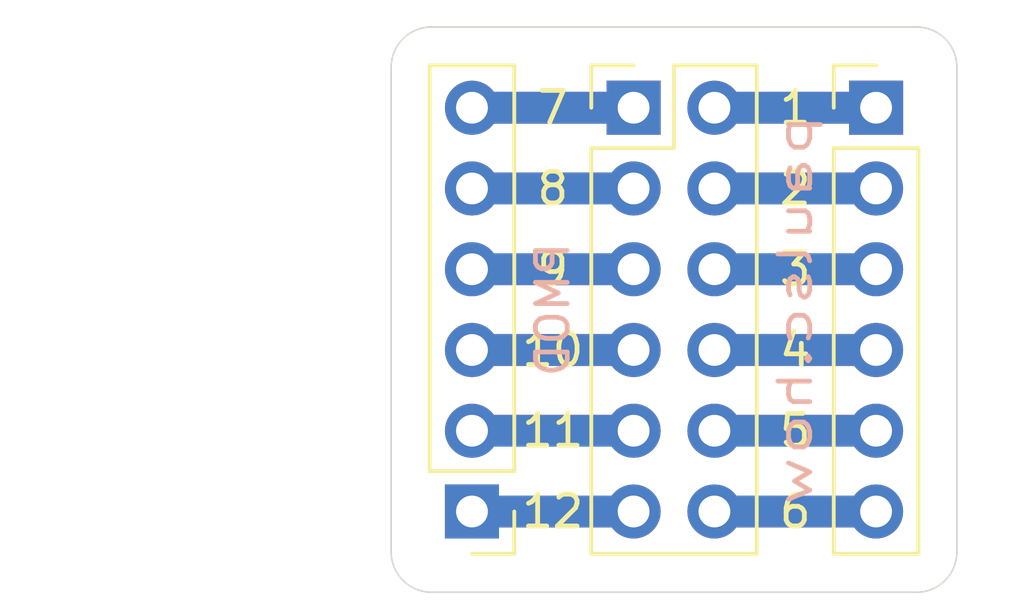
<source format=kicad_pcb>
(kicad_pcb (version 20171130) (host pcbnew "(5.1.2)-2")

  (general
    (thickness 1.6)
    (drawings 22)
    (tracks 24)
    (zones 0)
    (modules 3)
    (nets 13)
  )

  (page A4)
  (layers
    (0 F.Cu signal)
    (31 B.Cu signal)
    (32 B.Adhes user)
    (33 F.Adhes user)
    (34 B.Paste user)
    (35 F.Paste user)
    (36 B.SilkS user)
    (37 F.SilkS user)
    (38 B.Mask user)
    (39 F.Mask user)
    (40 Dwgs.User user)
    (41 Cmts.User user)
    (42 Eco1.User user)
    (43 Eco2.User user)
    (44 Edge.Cuts user)
    (45 Margin user)
    (46 B.CrtYd user)
    (47 F.CrtYd user)
    (48 B.Fab user)
    (49 F.Fab user)
  )

  (setup
    (last_trace_width 1)
    (user_trace_width 1)
    (trace_clearance 0.2)
    (zone_clearance 0.508)
    (zone_45_only no)
    (trace_min 0.2)
    (via_size 0.8)
    (via_drill 0.4)
    (via_min_size 0.4)
    (via_min_drill 0.3)
    (uvia_size 0.3)
    (uvia_drill 0.1)
    (uvias_allowed no)
    (uvia_min_size 0.2)
    (uvia_min_drill 0.1)
    (edge_width 0.05)
    (segment_width 0.2)
    (pcb_text_width 0.3)
    (pcb_text_size 1.5 1.5)
    (mod_edge_width 0.12)
    (mod_text_size 1 1)
    (mod_text_width 0.15)
    (pad_size 1.524 1.524)
    (pad_drill 0.762)
    (pad_to_mask_clearance 0.051)
    (solder_mask_min_width 0.25)
    (aux_axis_origin 0 0)
    (visible_elements FFFFFF7F)
    (pcbplotparams
      (layerselection 0x010fc_ffffffff)
      (usegerberextensions false)
      (usegerberattributes false)
      (usegerberadvancedattributes false)
      (creategerberjobfile false)
      (excludeedgelayer true)
      (linewidth 0.100000)
      (plotframeref false)
      (viasonmask false)
      (mode 1)
      (useauxorigin false)
      (hpglpennumber 1)
      (hpglpenspeed 20)
      (hpglpendiameter 15.000000)
      (psnegative false)
      (psa4output false)
      (plotreference true)
      (plotvalue true)
      (plotinvisibletext false)
      (padsonsilk false)
      (subtractmaskfromsilk false)
      (outputformat 1)
      (mirror false)
      (drillshape 1)
      (scaleselection 1)
      (outputdirectory ""))
  )

  (net 0 "")
  (net 1 "Net-(J1-Pad6)")
  (net 2 "Net-(J1-Pad5)")
  (net 3 "Net-(J1-Pad4)")
  (net 4 "Net-(J1-Pad3)")
  (net 5 "Net-(J1-Pad2)")
  (net 6 "Net-(J1-Pad1)")
  (net 7 "Net-(J2-Pad12)")
  (net 8 "Net-(J2-Pad10)")
  (net 9 "Net-(J2-Pad8)")
  (net 10 "Net-(J2-Pad6)")
  (net 11 "Net-(J2-Pad4)")
  (net 12 "Net-(J2-Pad2)")

  (net_class Default "This is the default net class."
    (clearance 0.2)
    (trace_width 0.25)
    (via_dia 0.8)
    (via_drill 0.4)
    (uvia_dia 0.3)
    (uvia_drill 0.1)
    (add_net "Net-(J1-Pad1)")
    (add_net "Net-(J1-Pad2)")
    (add_net "Net-(J1-Pad3)")
    (add_net "Net-(J1-Pad4)")
    (add_net "Net-(J1-Pad5)")
    (add_net "Net-(J1-Pad6)")
    (add_net "Net-(J2-Pad10)")
    (add_net "Net-(J2-Pad12)")
    (add_net "Net-(J2-Pad2)")
    (add_net "Net-(J2-Pad4)")
    (add_net "Net-(J2-Pad6)")
    (add_net "Net-(J2-Pad8)")
  )

  (module Connector_PinHeader_2.54mm:PinHeader_1x06_P2.54mm_Vertical (layer F.Cu) (tedit 59FED5CC) (tstamp 5E37594C)
    (at 180.34 99.06)
    (descr "Through hole straight pin header, 1x06, 2.54mm pitch, single row")
    (tags "Through hole pin header THT 1x06 2.54mm single row")
    (path /5E376E8D)
    (fp_text reference J3 (at 0 -2.33) (layer Dwgs.User)
      (effects (font (size 1 1) (thickness 0.15)))
    )
    (fp_text value Conn_01x06 (at 0 15.03) (layer F.Fab)
      (effects (font (size 1 1) (thickness 0.15)))
    )
    (fp_text user %R (at 0 6.35 90) (layer F.Fab)
      (effects (font (size 1 1) (thickness 0.15)))
    )
    (fp_line (start 1.8 -1.8) (end -1.8 -1.8) (layer F.CrtYd) (width 0.05))
    (fp_line (start 1.8 14.5) (end 1.8 -1.8) (layer F.CrtYd) (width 0.05))
    (fp_line (start -1.8 14.5) (end 1.8 14.5) (layer F.CrtYd) (width 0.05))
    (fp_line (start -1.8 -1.8) (end -1.8 14.5) (layer F.CrtYd) (width 0.05))
    (fp_line (start -1.33 -1.33) (end 0 -1.33) (layer F.SilkS) (width 0.12))
    (fp_line (start -1.33 0) (end -1.33 -1.33) (layer F.SilkS) (width 0.12))
    (fp_line (start -1.33 1.27) (end 1.33 1.27) (layer F.SilkS) (width 0.12))
    (fp_line (start 1.33 1.27) (end 1.33 14.03) (layer F.SilkS) (width 0.12))
    (fp_line (start -1.33 1.27) (end -1.33 14.03) (layer F.SilkS) (width 0.12))
    (fp_line (start -1.33 14.03) (end 1.33 14.03) (layer F.SilkS) (width 0.12))
    (fp_line (start -1.27 -0.635) (end -0.635 -1.27) (layer F.Fab) (width 0.1))
    (fp_line (start -1.27 13.97) (end -1.27 -0.635) (layer F.Fab) (width 0.1))
    (fp_line (start 1.27 13.97) (end -1.27 13.97) (layer F.Fab) (width 0.1))
    (fp_line (start 1.27 -1.27) (end 1.27 13.97) (layer F.Fab) (width 0.1))
    (fp_line (start -0.635 -1.27) (end 1.27 -1.27) (layer F.Fab) (width 0.1))
    (pad 6 thru_hole oval (at 0 12.7) (size 1.7 1.7) (drill 1) (layers *.Cu *.Mask)
      (net 7 "Net-(J2-Pad12)"))
    (pad 5 thru_hole oval (at 0 10.16) (size 1.7 1.7) (drill 1) (layers *.Cu *.Mask)
      (net 8 "Net-(J2-Pad10)"))
    (pad 4 thru_hole oval (at 0 7.62) (size 1.7 1.7) (drill 1) (layers *.Cu *.Mask)
      (net 9 "Net-(J2-Pad8)"))
    (pad 3 thru_hole oval (at 0 5.08) (size 1.7 1.7) (drill 1) (layers *.Cu *.Mask)
      (net 10 "Net-(J2-Pad6)"))
    (pad 2 thru_hole oval (at 0 2.54) (size 1.7 1.7) (drill 1) (layers *.Cu *.Mask)
      (net 11 "Net-(J2-Pad4)"))
    (pad 1 thru_hole rect (at 0 0) (size 1.7 1.7) (drill 1) (layers *.Cu *.Mask)
      (net 12 "Net-(J2-Pad2)"))
    (model ${KISYS3DMOD}/Connector_PinHeader_2.54mm.3dshapes/PinHeader_1x06_P2.54mm_Vertical.wrl
      (at (xyz 0 0 0))
      (scale (xyz 1 1 1))
      (rotate (xyz 0 0 0))
    )
  )

  (module Connector_PinHeader_2.54mm:PinHeader_2x06_P2.54mm_Vertical (layer F.Cu) (tedit 59FED5CC) (tstamp 5E375932)
    (at 172.72 99.06)
    (descr "Through hole straight pin header, 2x06, 2.54mm pitch, double rows")
    (tags "Through hole pin header THT 2x06 2.54mm double row")
    (path /5E378CD3)
    (fp_text reference J2 (at 1.27 -2.33) (layer Dwgs.User)
      (effects (font (size 1 1) (thickness 0.15)))
    )
    (fp_text value Conn_02x06_Odd_Even (at 1.27 15.03) (layer F.Fab)
      (effects (font (size 1 1) (thickness 0.15)))
    )
    (fp_text user %R (at 1.27 6.35 90) (layer F.Fab)
      (effects (font (size 1 1) (thickness 0.15)))
    )
    (fp_line (start 4.35 -1.8) (end -1.8 -1.8) (layer F.CrtYd) (width 0.05))
    (fp_line (start 4.35 14.5) (end 4.35 -1.8) (layer F.CrtYd) (width 0.05))
    (fp_line (start -1.8 14.5) (end 4.35 14.5) (layer F.CrtYd) (width 0.05))
    (fp_line (start -1.8 -1.8) (end -1.8 14.5) (layer F.CrtYd) (width 0.05))
    (fp_line (start -1.33 -1.33) (end 0 -1.33) (layer F.SilkS) (width 0.12))
    (fp_line (start -1.33 0) (end -1.33 -1.33) (layer F.SilkS) (width 0.12))
    (fp_line (start 1.27 -1.33) (end 3.87 -1.33) (layer F.SilkS) (width 0.12))
    (fp_line (start 1.27 1.27) (end 1.27 -1.33) (layer F.SilkS) (width 0.12))
    (fp_line (start -1.33 1.27) (end 1.27 1.27) (layer F.SilkS) (width 0.12))
    (fp_line (start 3.87 -1.33) (end 3.87 14.03) (layer F.SilkS) (width 0.12))
    (fp_line (start -1.33 1.27) (end -1.33 14.03) (layer F.SilkS) (width 0.12))
    (fp_line (start -1.33 14.03) (end 3.87 14.03) (layer F.SilkS) (width 0.12))
    (fp_line (start -1.27 0) (end 0 -1.27) (layer F.Fab) (width 0.1))
    (fp_line (start -1.27 13.97) (end -1.27 0) (layer F.Fab) (width 0.1))
    (fp_line (start 3.81 13.97) (end -1.27 13.97) (layer F.Fab) (width 0.1))
    (fp_line (start 3.81 -1.27) (end 3.81 13.97) (layer F.Fab) (width 0.1))
    (fp_line (start 0 -1.27) (end 3.81 -1.27) (layer F.Fab) (width 0.1))
    (pad 12 thru_hole oval (at 2.54 12.7) (size 1.7 1.7) (drill 1) (layers *.Cu *.Mask)
      (net 7 "Net-(J2-Pad12)"))
    (pad 11 thru_hole oval (at 0 12.7) (size 1.7 1.7) (drill 1) (layers *.Cu *.Mask)
      (net 6 "Net-(J1-Pad1)"))
    (pad 10 thru_hole oval (at 2.54 10.16) (size 1.7 1.7) (drill 1) (layers *.Cu *.Mask)
      (net 8 "Net-(J2-Pad10)"))
    (pad 9 thru_hole oval (at 0 10.16) (size 1.7 1.7) (drill 1) (layers *.Cu *.Mask)
      (net 5 "Net-(J1-Pad2)"))
    (pad 8 thru_hole oval (at 2.54 7.62) (size 1.7 1.7) (drill 1) (layers *.Cu *.Mask)
      (net 9 "Net-(J2-Pad8)"))
    (pad 7 thru_hole oval (at 0 7.62) (size 1.7 1.7) (drill 1) (layers *.Cu *.Mask)
      (net 4 "Net-(J1-Pad3)"))
    (pad 6 thru_hole oval (at 2.54 5.08) (size 1.7 1.7) (drill 1) (layers *.Cu *.Mask)
      (net 10 "Net-(J2-Pad6)"))
    (pad 5 thru_hole oval (at 0 5.08) (size 1.7 1.7) (drill 1) (layers *.Cu *.Mask)
      (net 3 "Net-(J1-Pad4)"))
    (pad 4 thru_hole oval (at 2.54 2.54) (size 1.7 1.7) (drill 1) (layers *.Cu *.Mask)
      (net 11 "Net-(J2-Pad4)"))
    (pad 3 thru_hole oval (at 0 2.54) (size 1.7 1.7) (drill 1) (layers *.Cu *.Mask)
      (net 2 "Net-(J1-Pad5)"))
    (pad 2 thru_hole oval (at 2.54 0) (size 1.7 1.7) (drill 1) (layers *.Cu *.Mask)
      (net 12 "Net-(J2-Pad2)"))
    (pad 1 thru_hole rect (at 0 0) (size 1.7 1.7) (drill 1) (layers *.Cu *.Mask)
      (net 1 "Net-(J1-Pad6)"))
    (model ${KISYS3DMOD}/Connector_PinHeader_2.54mm.3dshapes/PinHeader_2x06_P2.54mm_Vertical.wrl
      (at (xyz 0 0 0))
      (scale (xyz 1 1 1))
      (rotate (xyz 0 0 0))
    )
  )

  (module Connector_PinHeader_2.54mm:PinHeader_1x06_P2.54mm_Vertical (layer F.Cu) (tedit 59FED5CC) (tstamp 5E375C11)
    (at 167.64 111.76 180)
    (descr "Through hole straight pin header, 1x06, 2.54mm pitch, single row")
    (tags "Through hole pin header THT 1x06 2.54mm single row")
    (path /5E3762AD)
    (fp_text reference J1 (at 0 15.24) (layer Dwgs.User)
      (effects (font (size 1 1) (thickness 0.15)))
    )
    (fp_text value Conn_01x06 (at 10.16 15.24) (layer F.Fab)
      (effects (font (size 1 1) (thickness 0.15)))
    )
    (fp_text user %R (at -4.08 6.35 90) (layer F.Fab)
      (effects (font (size 1 1) (thickness 0.15)))
    )
    (fp_line (start 1.8 -1.8) (end -1.8 -1.8) (layer F.CrtYd) (width 0.05))
    (fp_line (start 1.8 14.5) (end 1.8 -1.8) (layer F.CrtYd) (width 0.05))
    (fp_line (start -1.8 14.5) (end 1.8 14.5) (layer F.CrtYd) (width 0.05))
    (fp_line (start -1.8 -1.8) (end -1.8 14.5) (layer F.CrtYd) (width 0.05))
    (fp_line (start -1.33 -1.33) (end 0 -1.33) (layer F.SilkS) (width 0.12))
    (fp_line (start -1.33 0) (end -1.33 -1.33) (layer F.SilkS) (width 0.12))
    (fp_line (start -1.33 1.27) (end 1.33 1.27) (layer F.SilkS) (width 0.12))
    (fp_line (start 1.33 1.27) (end 1.33 14.03) (layer F.SilkS) (width 0.12))
    (fp_line (start -1.33 1.27) (end -1.33 14.03) (layer F.SilkS) (width 0.12))
    (fp_line (start -1.33 14.03) (end 1.33 14.03) (layer F.SilkS) (width 0.12))
    (fp_line (start -1.27 -0.635) (end -0.635 -1.27) (layer F.Fab) (width 0.1))
    (fp_line (start -1.27 13.97) (end -1.27 -0.635) (layer F.Fab) (width 0.1))
    (fp_line (start 1.27 13.97) (end -1.27 13.97) (layer F.Fab) (width 0.1))
    (fp_line (start 1.27 -1.27) (end 1.27 13.97) (layer F.Fab) (width 0.1))
    (fp_line (start -0.635 -1.27) (end 1.27 -1.27) (layer F.Fab) (width 0.1))
    (pad 6 thru_hole oval (at 0 12.7 180) (size 1.7 1.7) (drill 1) (layers *.Cu *.Mask)
      (net 1 "Net-(J1-Pad6)"))
    (pad 5 thru_hole oval (at 0 10.16 180) (size 1.7 1.7) (drill 1) (layers *.Cu *.Mask)
      (net 2 "Net-(J1-Pad5)"))
    (pad 4 thru_hole oval (at 0 7.62 180) (size 1.7 1.7) (drill 1) (layers *.Cu *.Mask)
      (net 3 "Net-(J1-Pad4)"))
    (pad 3 thru_hole oval (at 0 5.08 180) (size 1.7 1.7) (drill 1) (layers *.Cu *.Mask)
      (net 4 "Net-(J1-Pad3)"))
    (pad 2 thru_hole oval (at 0 2.54 180) (size 1.7 1.7) (drill 1) (layers *.Cu *.Mask)
      (net 5 "Net-(J1-Pad2)"))
    (pad 1 thru_hole rect (at 0 0 180) (size 1.7 1.7) (drill 1) (layers *.Cu *.Mask)
      (net 6 "Net-(J1-Pad1)"))
    (model ${KISYS3DMOD}/Connector_PinHeader_2.54mm.3dshapes/PinHeader_1x06_P2.54mm_Vertical.wrl
      (at (xyz 0 0 0))
      (scale (xyz 1 1 1))
      (rotate (xyz 0 0 0))
    )
  )

  (gr_text PMOD (at 170.18 105.41 90) (layer B.SilkS)
    (effects (font (size 1 1) (thickness 0.15)) (justify mirror))
  )
  (gr_text paulsc.how (at 177.8 105.41 90) (layer B.SilkS)
    (effects (font (size 1 1.5) (thickness 0.15)) (justify mirror))
  )
  (gr_line (start 166.37 96.52) (end 181.61 96.52) (layer Edge.Cuts) (width 0.05) (tstamp 5E37B678))
  (gr_line (start 182.88 113.03) (end 182.88 97.79) (layer Edge.Cuts) (width 0.05) (tstamp 5E37B672))
  (gr_line (start 181.61 114.3) (end 166.37 114.3) (layer Edge.Cuts) (width 0.05) (tstamp 5E37B670))
  (gr_line (start 165.1 97.79) (end 165.1 113.03) (layer Edge.Cuts) (width 0.05) (tstamp 5E37B66D))
  (gr_arc (start 166.37 113.03) (end 165.1 113.03) (angle -90) (layer Edge.Cuts) (width 0.05))
  (gr_arc (start 181.61 113.03) (end 181.61 114.3) (angle -90) (layer Edge.Cuts) (width 0.05))
  (gr_arc (start 181.61 97.79) (end 182.88 97.79) (angle -90) (layer Edge.Cuts) (width 0.05))
  (gr_arc (start 166.37 97.79) (end 166.37 96.52) (angle -90) (layer Edge.Cuts) (width 0.05))
  (gr_text 11 (at 170.18 109.22) (layer F.SilkS)
    (effects (font (size 1 1) (thickness 0.15)))
  )
  (gr_text 10 (at 170.18 106.68) (layer F.SilkS)
    (effects (font (size 1 1) (thickness 0.15)))
  )
  (gr_text 9 (at 170.18 104.14) (layer F.SilkS)
    (effects (font (size 1 1) (thickness 0.15)))
  )
  (gr_text 8 (at 170.18 101.6) (layer F.SilkS)
    (effects (font (size 1 1) (thickness 0.15)))
  )
  (gr_text 5 (at 177.8 109.22) (layer F.SilkS)
    (effects (font (size 1 1) (thickness 0.15)))
  )
  (gr_text 4 (at 177.8 106.68) (layer F.SilkS)
    (effects (font (size 1 1) (thickness 0.15)))
  )
  (gr_text 3 (at 177.8 104.14) (layer F.SilkS)
    (effects (font (size 1 1) (thickness 0.15)))
  )
  (gr_text 2 (at 177.8 101.6) (layer F.SilkS)
    (effects (font (size 1 1) (thickness 0.15)))
  )
  (gr_text 1 (at 177.8 99.06) (layer F.SilkS)
    (effects (font (size 1 1) (thickness 0.15)))
  )
  (gr_text 12 (at 170.18 111.76) (layer F.SilkS)
    (effects (font (size 1 1) (thickness 0.15)))
  )
  (gr_text 7 (at 170.18 99.06) (layer F.SilkS)
    (effects (font (size 1 1) (thickness 0.15)))
  )
  (gr_text 6 (at 177.8 111.76) (layer F.SilkS)
    (effects (font (size 1 1) (thickness 0.15)))
  )

  (segment (start 167.64 99.06) (end 172.72 99.06) (width 1) (layer F.Cu) (net 1))
  (segment (start 172.72 99.06) (end 167.64 99.06) (width 1) (layer B.Cu) (net 1))
  (segment (start 167.64 101.6) (end 172.72 101.6) (width 1) (layer F.Cu) (net 2))
  (segment (start 167.64 101.6) (end 172.72 101.6) (width 1) (layer B.Cu) (net 2))
  (segment (start 167.64 104.14) (end 172.72 104.14) (width 1) (layer F.Cu) (net 3))
  (segment (start 172.72 104.14) (end 167.64 104.14) (width 1) (layer B.Cu) (net 3))
  (segment (start 167.64 106.68) (end 172.72 106.68) (width 1) (layer F.Cu) (net 4))
  (segment (start 167.64 106.68) (end 172.72 106.68) (width 1) (layer B.Cu) (net 4))
  (segment (start 167.64 109.22) (end 172.72 109.22) (width 1) (layer F.Cu) (net 5))
  (segment (start 167.64 109.22) (end 172.72 109.22) (width 1) (layer B.Cu) (net 5))
  (segment (start 172.72 111.76) (end 167.64 111.76) (width 1) (layer F.Cu) (net 6))
  (segment (start 172.72 111.76) (end 167.64 111.76) (width 1) (layer B.Cu) (net 6))
  (segment (start 175.26 111.76) (end 180.34 111.76) (width 1) (layer F.Cu) (net 7))
  (segment (start 175.26 111.76) (end 180.34 111.76) (width 1) (layer B.Cu) (net 7))
  (segment (start 175.26 109.22) (end 180.34 109.22) (width 1) (layer B.Cu) (net 8))
  (segment (start 175.26 109.22) (end 180.34 109.22) (width 1) (layer F.Cu) (net 8))
  (segment (start 175.26 106.68) (end 180.34 106.68) (width 1) (layer F.Cu) (net 9))
  (segment (start 175.26 106.68) (end 180.34 106.68) (width 1) (layer B.Cu) (net 9))
  (segment (start 175.26 104.14) (end 180.34 104.14) (width 1) (layer F.Cu) (net 10))
  (segment (start 175.26 104.14) (end 180.34 104.14) (width 1) (layer B.Cu) (net 10))
  (segment (start 175.26 101.6) (end 180.34 101.6) (width 1) (layer F.Cu) (net 11))
  (segment (start 175.26 101.6) (end 180.34 101.6) (width 1) (layer B.Cu) (net 11))
  (segment (start 175.26 99.06) (end 180.34 99.06) (width 1) (layer F.Cu) (net 12))
  (segment (start 175.26 99.06) (end 180.34 99.06) (width 1) (layer B.Cu) (net 12))

)

</source>
